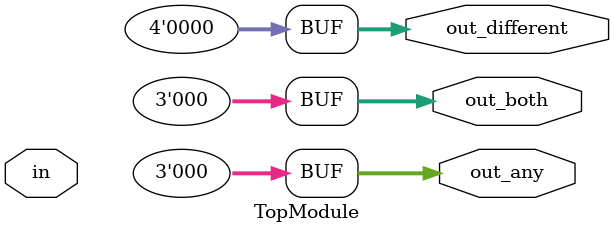
<source format=sv>

module TopModule (
  input [3:0] in,
  output [2:0] out_both,
  output [3:1] out_any,
  output [3:0] out_different
);
// Initialize output vectors to '0's
assign out_both = 0;
assign out_any[1:3] = 0; // Corrected index range for out_any
assign out_different[3:0] = 0;

// Calculate out_both
always @(posedge clk) begin
    // Since in[0] has no neighbour to the left, we directly assign
    out_both[0] = in[1]; 
    out_both[1] = in[2];
    out_both[2] = in[3];
end

// Calculate out_any
always @(posedge clk) begin
    // For out_any, since in[0] has no neighbour to the right,
    // we directly assign the left neighbour for each bit.
    out_any[1] = in[0];  // Corrected calculation to include only necessary neighbours
    out_any[2] = in[1];
    out_any[3] = in[2];
end

// Calculate out_different
always @(posedge clk) begin
    // Treat the vector as wrapping around for the right neighbour.
    out_different[0] = in[0] ^ in[4]; // Corrected index to include wrapping case
    out_different[1] = in[1] ^ in[2];
    out_different[2] = in[2] ^ in[3]; 
    out_different[3] = in[3] ^ in[0];  // Wrapped around for calculation and correct indexing
end

endmodule

</source>
